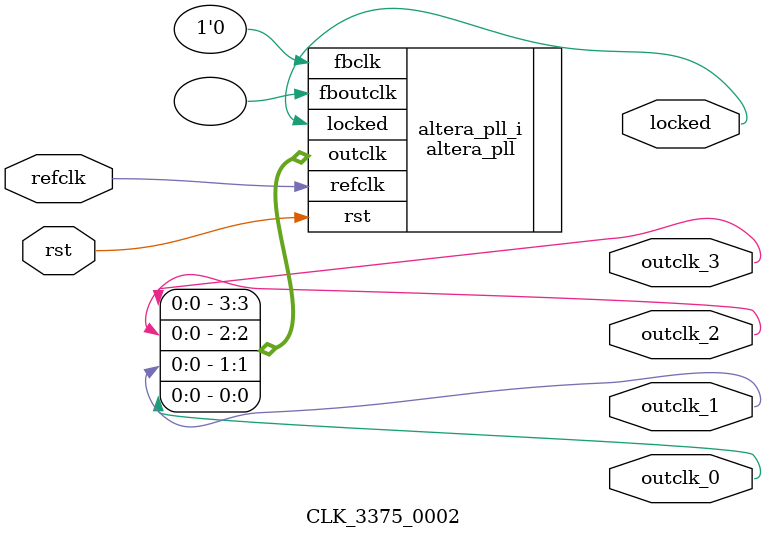
<source format=v>
`timescale 1ns/10ps
module  CLK_3375_0002(

	// interface 'refclk'
	input wire refclk,

	// interface 'reset'
	input wire rst,

	// interface 'outclk0'
	output wire outclk_0,

	// interface 'outclk1'
	output wire outclk_1,

	// interface 'outclk2'
	output wire outclk_2,

	// interface 'outclk3'
	output wire outclk_3,

	// interface 'locked'
	output wire locked
);

	altera_pll #(
		.fractional_vco_multiplier("false"),
		.reference_clock_frequency("50.0 MHz"),
		.operation_mode("direct"),
		.number_of_clocks(4),
		.output_clock_frequency0("100.000000 MHz"),
		.phase_shift0("0 ps"),
		.duty_cycle0(50),
		.output_clock_frequency1("25.000000 MHz"),
		.phase_shift1("0 ps"),
		.duty_cycle1(50),
		.output_clock_frequency2("40.000000 MHz"),
		.phase_shift2("0 ps"),
		.duty_cycle2(50),
		.output_clock_frequency3("3.375527 MHz"),
		.phase_shift3("0 ps"),
		.duty_cycle3(50),
		.output_clock_frequency4("0 MHz"),
		.phase_shift4("0 ps"),
		.duty_cycle4(50),
		.output_clock_frequency5("0 MHz"),
		.phase_shift5("0 ps"),
		.duty_cycle5(50),
		.output_clock_frequency6("0 MHz"),
		.phase_shift6("0 ps"),
		.duty_cycle6(50),
		.output_clock_frequency7("0 MHz"),
		.phase_shift7("0 ps"),
		.duty_cycle7(50),
		.output_clock_frequency8("0 MHz"),
		.phase_shift8("0 ps"),
		.duty_cycle8(50),
		.output_clock_frequency9("0 MHz"),
		.phase_shift9("0 ps"),
		.duty_cycle9(50),
		.output_clock_frequency10("0 MHz"),
		.phase_shift10("0 ps"),
		.duty_cycle10(50),
		.output_clock_frequency11("0 MHz"),
		.phase_shift11("0 ps"),
		.duty_cycle11(50),
		.output_clock_frequency12("0 MHz"),
		.phase_shift12("0 ps"),
		.duty_cycle12(50),
		.output_clock_frequency13("0 MHz"),
		.phase_shift13("0 ps"),
		.duty_cycle13(50),
		.output_clock_frequency14("0 MHz"),
		.phase_shift14("0 ps"),
		.duty_cycle14(50),
		.output_clock_frequency15("0 MHz"),
		.phase_shift15("0 ps"),
		.duty_cycle15(50),
		.output_clock_frequency16("0 MHz"),
		.phase_shift16("0 ps"),
		.duty_cycle16(50),
		.output_clock_frequency17("0 MHz"),
		.phase_shift17("0 ps"),
		.duty_cycle17(50),
		.pll_type("General"),
		.pll_subtype("General")
	) altera_pll_i (
		.rst	(rst),
		.outclk	({outclk_3, outclk_2, outclk_1, outclk_0}),
		.locked	(locked),
		.fboutclk	( ),
		.fbclk	(1'b0),
		.refclk	(refclk)
	);
endmodule


</source>
